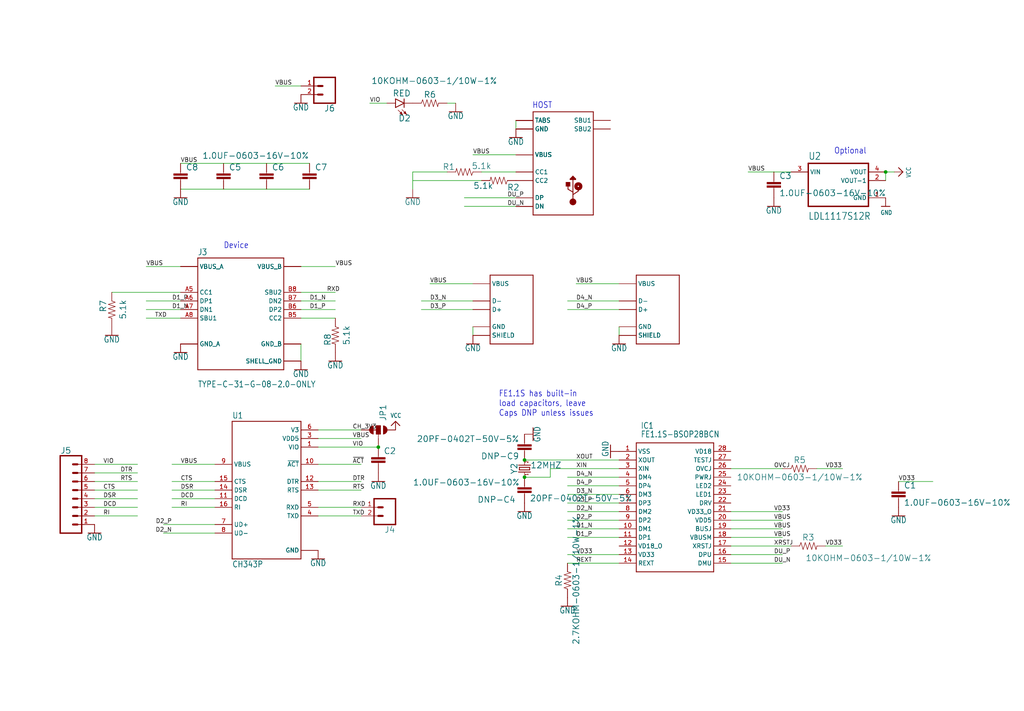
<source format=kicad_sch>
(kicad_sch (version 20230121) (generator eeschema)
  (paper "User" 302.489 210.007)
  (lib_symbols
    (symbol "flow3r-pot-eagle-import:1.0UF-0603-16V-10%"
      (property "Reference" "C" (at 1.524 2.921 0))
      (symbol "1.0UF-0603-16V-10%_1_0"
        (rectangle (start -2.032 0.508) (end 2.032 1.016) (fill (type outline)))
        (rectangle (start -2.032 1.524) (end 2.032 2.032) (fill (type outline)))
        (polyline (pts (xy 0 0) (xy 0 0.508)) (stroke (width 0.1524)))
        (polyline (pts (xy 0 2.54) (xy 0 2.032)) (stroke (width 0.1524)))
        (pin passive line (at 0 5.08 270) (length 2.54) (name "1") (number "1"))
        (pin passive line (at 0 -2.54 90) (length 2.54) (name "2") (number "2"))
      )
    )
    (symbol "flow3r-pot-eagle-import:10KOHM-0603-1/10W-1%"
      (property "Reference" "R" (at 0 1.524 0))
      (symbol "10KOHM-0603-1/10W-1%_1_0"
        (polyline (pts (xy -2.54 0) (xy -2.159 1.016)) (stroke (width 0.1524)))
        (polyline (pts (xy -2.159 1.016) (xy -1.524 -1.016)) (stroke (width 0.1524)))
        (polyline (pts (xy -1.524 -1.016) (xy -0.889 1.016)) (stroke (width 0.1524)))
        (polyline (pts (xy -0.889 1.016) (xy -0.254 -1.016)) (stroke (width 0.1524)))
        (polyline (pts (xy -0.254 -1.016) (xy 0.381 1.016)) (stroke (width 0.1524)))
        (polyline (pts (xy 0.381 1.016) (xy 1.016 -1.016)) (stroke (width 0.1524)))
        (polyline (pts (xy 1.016 -1.016) (xy 1.651 1.016)) (stroke (width 0.1524)))
        (polyline (pts (xy 1.651 1.016) (xy 2.286 -1.016)) (stroke (width 0.1524)))
        (polyline (pts (xy 2.286 -1.016) (xy 2.54 0)) (stroke (width 0.1524)))
        (pin passive line (at -5.08 0 0) (length 2.54) (name "1") (number "1"))
        (pin passive line (at 5.08 0 180) (length 2.54) (name "2") (number "2"))
      )
    )
    (symbol "flow3r-pot-eagle-import:2.7KOHM-0603-1/10W-1%"
      (property "Reference" "R" (at 0 1.524 0))
      (symbol "2.7KOHM-0603-1/10W-1%_1_0"
        (polyline (pts (xy -2.54 0) (xy -2.159 1.016)) (stroke (width 0.1524)))
        (polyline (pts (xy -2.159 1.016) (xy -1.524 -1.016)) (stroke (width 0.1524)))
        (polyline (pts (xy -1.524 -1.016) (xy -0.889 1.016)) (stroke (width 0.1524)))
        (polyline (pts (xy -0.889 1.016) (xy -0.254 -1.016)) (stroke (width 0.1524)))
        (polyline (pts (xy -0.254 -1.016) (xy 0.381 1.016)) (stroke (width 0.1524)))
        (polyline (pts (xy 0.381 1.016) (xy 1.016 -1.016)) (stroke (width 0.1524)))
        (polyline (pts (xy 1.016 -1.016) (xy 1.651 1.016)) (stroke (width 0.1524)))
        (polyline (pts (xy 1.651 1.016) (xy 2.286 -1.016)) (stroke (width 0.1524)))
        (polyline (pts (xy 2.286 -1.016) (xy 2.54 0)) (stroke (width 0.1524)))
        (pin passive line (at -5.08 0 0) (length 2.54) (name "1") (number "1"))
        (pin passive line (at 5.08 0 180) (length 2.54) (name "2") (number "2"))
      )
    )
    (symbol "flow3r-pot-eagle-import:20PF-0402T-50V-5%"
      (property "Reference" "C" (at 1.524 2.921 0))
      (symbol "20PF-0402T-50V-5%_1_0"
        (rectangle (start -2.032 0.508) (end 2.032 1.016) (fill (type outline)))
        (rectangle (start -2.032 1.524) (end 2.032 2.032) (fill (type outline)))
        (polyline (pts (xy 0 0) (xy 0 0.508)) (stroke (width 0.1524)))
        (polyline (pts (xy 0 2.54) (xy 0 2.032)) (stroke (width 0.1524)))
        (pin passive line (at 0 5.08 270) (length 2.54) (name "1") (number "1"))
        (pin passive line (at 0 -2.54 90) (length 2.54) (name "2") (number "2"))
      )
    )
    (symbol "flow3r-pot-eagle-import:5.1KOHM5.1KOHM-0603-1/10W-1%"
      (property "Reference" "R" (at 0 1.524 0))
      (symbol "5.1KOHM5.1KOHM-0603-1/10W-1%_1_0"
        (polyline (pts (xy -2.54 0) (xy -2.159 1.016)) (stroke (width 0.1524)))
        (polyline (pts (xy -2.159 1.016) (xy -1.524 -1.016)) (stroke (width 0.1524)))
        (polyline (pts (xy -1.524 -1.016) (xy -0.889 1.016)) (stroke (width 0.1524)))
        (polyline (pts (xy -0.889 1.016) (xy -0.254 -1.016)) (stroke (width 0.1524)))
        (polyline (pts (xy -0.254 -1.016) (xy 0.381 1.016)) (stroke (width 0.1524)))
        (polyline (pts (xy 0.381 1.016) (xy 1.016 -1.016)) (stroke (width 0.1524)))
        (polyline (pts (xy 1.016 -1.016) (xy 1.651 1.016)) (stroke (width 0.1524)))
        (polyline (pts (xy 1.651 1.016) (xy 2.286 -1.016)) (stroke (width 0.1524)))
        (polyline (pts (xy 2.286 -1.016) (xy 2.54 0)) (stroke (width 0.1524)))
        (pin passive line (at -5.08 0 0) (length 2.54) (name "1") (number "1"))
        (pin passive line (at 5.08 0 180) (length 2.54) (name "2") (number "2"))
      )
    )
    (symbol "flow3r-pot-eagle-import:CH343P"
      (property "Reference" "U" (at -10.16 21.082 0))
      (symbol "CH343P_1_0"
        (polyline (pts (xy -10.16 -20.32) (xy 10.16 -20.32)) (stroke (width 0.254)))
        (polyline (pts (xy -10.16 20.32) (xy -10.16 -20.32)) (stroke (width 0.254)))
        (polyline (pts (xy 10.16 -20.32) (xy 10.16 20.32)) (stroke (width 0.254)))
        (polyline (pts (xy 10.16 20.32) (xy -10.16 20.32)) (stroke (width 0.254)))
        (pin power_in line (at 15.24 12.7 180) (length 5.08) (name "VIO") (number "1"))
        (pin output line (at 15.24 7.62 180) (length 5.08) (name "~{ACT}") (number "10"))
        (pin input line (at -15.24 -2.54 0) (length 5.08) (name "DCD") (number "11"))
        (pin output line (at 15.24 2.54 180) (length 5.08) (name "DTR") (number "12"))
        (pin output line (at 15.24 0 180) (length 5.08) (name "RTS") (number "13"))
        (pin input line (at -15.24 0 0) (length 5.08) (name "DSR") (number "14"))
        (pin input line (at -15.24 2.54 0) (length 5.08) (name "CTS") (number "15"))
        (pin input line (at -15.24 -5.08 0) (length 5.08) (name "RI") (number "16"))
        (pin power_in line (at 15.24 -17.78 180) (length 5.08) (name "GND") (number "17"))
        (pin power_in line (at 15.24 -17.78 180) (length 5.08) (name "GND") (number "2"))
        (pin power_in line (at 15.24 15.24 180) (length 5.08) (name "VDD5") (number "3"))
        (pin output line (at 15.24 -7.62 180) (length 5.08) (name "TXD") (number "4"))
        (pin input line (at 15.24 -5.08 180) (length 5.08) (name "RXD") (number "5"))
        (pin power_in line (at 15.24 17.78 180) (length 5.08) (name "V3") (number "6"))
        (pin bidirectional line (at -15.24 -10.16 0) (length 5.08) (name "UD+") (number "7"))
        (pin bidirectional line (at -15.24 -12.7 0) (length 5.08) (name "UD-") (number "8"))
        (pin input line (at -15.24 7.62 0) (length 5.08) (name "VBUS") (number "9"))
      )
    )
    (symbol "flow3r-pot-eagle-import:CONN_02"
      (property "Reference" "J" (at -2.54 5.588 0))
      (symbol "CONN_02_1_0"
        (polyline (pts (xy -2.54 5.08) (xy -2.54 -2.54)) (stroke (width 0.4064)))
        (polyline (pts (xy -2.54 5.08) (xy 3.81 5.08)) (stroke (width 0.4064)))
        (polyline (pts (xy 1.27 0) (xy 2.54 0)) (stroke (width 0.6096)))
        (polyline (pts (xy 1.27 2.54) (xy 2.54 2.54)) (stroke (width 0.6096)))
        (polyline (pts (xy 3.81 -2.54) (xy -2.54 -2.54)) (stroke (width 0.4064)))
        (polyline (pts (xy 3.81 -2.54) (xy 3.81 5.08)) (stroke (width 0.4064)))
        (pin passive line (at 7.62 0 180) (length 5.08) (name "1") (number "1"))
        (pin passive line (at 7.62 2.54 180) (length 5.08) (name "2") (number "2"))
      )
    )
    (symbol "flow3r-pot-eagle-import:CONN_08LOCK_LONGPADS"
      (property "Reference" "J" (at -5.08 13.208 0))
      (symbol "CONN_08LOCK_LONGPADS_1_0"
        (polyline (pts (xy -5.08 12.7) (xy -5.08 -10.16)) (stroke (width 0.4064)))
        (polyline (pts (xy -5.08 12.7) (xy 1.27 12.7)) (stroke (width 0.4064)))
        (polyline (pts (xy -1.27 -7.62) (xy 0 -7.62)) (stroke (width 0.6096)))
        (polyline (pts (xy -1.27 -5.08) (xy 0 -5.08)) (stroke (width 0.6096)))
        (polyline (pts (xy -1.27 -2.54) (xy 0 -2.54)) (stroke (width 0.6096)))
        (polyline (pts (xy -1.27 0) (xy 0 0)) (stroke (width 0.6096)))
        (polyline (pts (xy -1.27 2.54) (xy 0 2.54)) (stroke (width 0.6096)))
        (polyline (pts (xy -1.27 5.08) (xy 0 5.08)) (stroke (width 0.6096)))
        (polyline (pts (xy -1.27 7.62) (xy 0 7.62)) (stroke (width 0.6096)))
        (polyline (pts (xy -1.27 10.16) (xy 0 10.16)) (stroke (width 0.6096)))
        (polyline (pts (xy 1.27 -10.16) (xy -5.08 -10.16)) (stroke (width 0.4064)))
        (polyline (pts (xy 1.27 -10.16) (xy 1.27 12.7)) (stroke (width 0.4064)))
        (pin passive line (at 5.08 -7.62 180) (length 5.08) (name "1") (number "1"))
        (pin passive line (at 5.08 -5.08 180) (length 5.08) (name "2") (number "2"))
        (pin passive line (at 5.08 -2.54 180) (length 5.08) (name "3") (number "3"))
        (pin passive line (at 5.08 0 180) (length 5.08) (name "4") (number "4"))
        (pin passive line (at 5.08 2.54 180) (length 5.08) (name "5") (number "5"))
        (pin passive line (at 5.08 5.08 180) (length 5.08) (name "6") (number "6"))
        (pin passive line (at 5.08 7.62 180) (length 5.08) (name "7") (number "7"))
        (pin passive line (at 5.08 10.16 180) (length 5.08) (name "8") (number "8"))
      )
    )
    (symbol "flow3r-pot-eagle-import:CRYSTAL-12MHZ"
      (property "Reference" "Y" (at 0 2.032 0))
      (symbol "CRYSTAL-12MHZ_1_0"
        (polyline (pts (xy -2.54 0) (xy -1.016 0)) (stroke (width 0.1524)))
        (polyline (pts (xy -1.016 1.778) (xy -1.016 -1.778)) (stroke (width 0.254)))
        (polyline (pts (xy -0.381 -1.524) (xy 0.381 -1.524)) (stroke (width 0.254)))
        (polyline (pts (xy -0.381 1.524) (xy -0.381 -1.524)) (stroke (width 0.254)))
        (polyline (pts (xy 0.381 -1.524) (xy 0.381 1.524)) (stroke (width 0.254)))
        (polyline (pts (xy 0.381 1.524) (xy -0.381 1.524)) (stroke (width 0.254)))
        (polyline (pts (xy 1.016 0) (xy 2.54 0)) (stroke (width 0.1524)))
        (polyline (pts (xy 1.016 1.778) (xy 1.016 -1.778)) (stroke (width 0.254)))
        (text "1" (at -2.159 -1.143 0) (effects (font (size 0.8636 0.734)) (justify left bottom)))
        (text "2" (at 1.524 -1.143 0) (effects (font (size 0.8636 0.734)) (justify left bottom)))
        (pin passive line (at -2.54 0 0) (length 0) (name "1") (number "P1"))
        (pin passive line (at 2.54 0 180) (length 0) (name "2") (number "P3"))
      )
    )
    (symbol "flow3r-pot-eagle-import:FE1.1S-BSOP28BCN"
      (property "Reference" "IC" (at 29.21 7.62 0))
      (symbol "FE1.1S-BSOP28BCN_1_0"
        (polyline (pts (xy 5.08 2.54) (xy 5.08 -35.56)) (stroke (width 0.254)))
        (polyline (pts (xy 5.08 2.54) (xy 27.94 2.54)) (stroke (width 0.254)))
        (polyline (pts (xy 27.94 -35.56) (xy 5.08 -35.56)) (stroke (width 0.254)))
        (polyline (pts (xy 27.94 -35.56) (xy 27.94 2.54)) (stroke (width 0.254)))
        (pin bidirectional line (at 0 0 0) (length 5.08) (name "VSS") (number "1"))
        (pin bidirectional line (at 0 -22.86 0) (length 5.08) (name "DM1") (number "10"))
        (pin bidirectional line (at 0 -25.4 0) (length 5.08) (name "DP1") (number "11"))
        (pin bidirectional line (at 0 -27.94 0) (length 5.08) (name "VD18_O") (number "12"))
        (pin bidirectional line (at 0 -30.48 0) (length 5.08) (name "VD33") (number "13"))
        (pin bidirectional line (at 0 -33.02 0) (length 5.08) (name "REXT") (number "14"))
        (pin bidirectional line (at 33.02 -33.02 180) (length 5.08) (name "DMU") (number "15"))
        (pin bidirectional line (at 33.02 -30.48 180) (length 5.08) (name "DPU") (number "16"))
        (pin bidirectional line (at 33.02 -27.94 180) (length 5.08) (name "XRSTJ") (number "17"))
        (pin bidirectional line (at 33.02 -25.4 180) (length 5.08) (name "VBUSM") (number "18"))
        (pin bidirectional line (at 33.02 -22.86 180) (length 5.08) (name "BUSJ") (number "19"))
        (pin bidirectional line (at 0 -2.54 0) (length 5.08) (name "XOUT") (number "2"))
        (pin bidirectional line (at 33.02 -20.32 180) (length 5.08) (name "VDD5") (number "20"))
        (pin bidirectional line (at 33.02 -17.78 180) (length 5.08) (name "VD33_O") (number "21"))
        (pin bidirectional line (at 33.02 -15.24 180) (length 5.08) (name "DRV") (number "22"))
        (pin bidirectional line (at 33.02 -12.7 180) (length 5.08) (name "LED1") (number "23"))
        (pin bidirectional line (at 33.02 -10.16 180) (length 5.08) (name "LED2") (number "24"))
        (pin bidirectional line (at 33.02 -7.62 180) (length 5.08) (name "PWRJ") (number "25"))
        (pin bidirectional line (at 33.02 -5.08 180) (length 5.08) (name "OVCJ") (number "26"))
        (pin bidirectional line (at 33.02 -2.54 180) (length 5.08) (name "TESTJ") (number "27"))
        (pin bidirectional line (at 33.02 0 180) (length 5.08) (name "VD18") (number "28"))
        (pin bidirectional line (at 0 -5.08 0) (length 5.08) (name "XIN") (number "3"))
        (pin bidirectional line (at 0 -7.62 0) (length 5.08) (name "DM4") (number "4"))
        (pin bidirectional line (at 0 -10.16 0) (length 5.08) (name "DP4") (number "5"))
        (pin bidirectional line (at 0 -12.7 0) (length 5.08) (name "DM3") (number "6"))
        (pin bidirectional line (at 0 -15.24 0) (length 5.08) (name "DP3") (number "7"))
        (pin bidirectional line (at 0 -17.78 0) (length 5.08) (name "DM2") (number "8"))
        (pin bidirectional line (at 0 -20.32 0) (length 5.08) (name "DP2") (number "9"))
      )
    )
    (symbol "flow3r-pot-eagle-import:GND" (power)
      (property "Value" "GND" (at 0 -0.254 0))
      (symbol "GND_1_0"
        (polyline (pts (xy -1.905 0) (xy 1.905 0)) (stroke (width 0.254)))
        (pin power_in line (at 0 2.54 270) (length 2.54) (name "GND") (number "1"))
      )
    )
    (symbol "flow3r-pot-eagle-import:JE-USB-A-C42595"
      (symbol "JE-USB-A-C42595_1_0"
        (polyline (pts (xy 0 0) (xy 12.7 0)) (stroke (width 0.254)))
        (polyline (pts (xy 0 20.32) (xy 0 0)) (stroke (width 0.254)))
        (polyline (pts (xy 12.7 0) (xy 12.7 20.32)) (stroke (width 0.254)))
        (polyline (pts (xy 12.7 20.32) (xy 0 20.32)) (stroke (width 0.254)))
        (pin bidirectional line (at -5.08 10.16 0) (length 5.08) (name "D+") (number "D+"))
        (pin bidirectional line (at -5.08 12.7 0) (length 5.08) (name "D-") (number "D-"))
        (pin bidirectional line (at -5.08 5.08 0) (length 5.08) (name "GND") (number "GND"))
        (pin bidirectional line (at -5.08 2.54 0) (length 5.08) (name "SHIELD") (number "SHIELD-1"))
        (pin bidirectional line (at -5.08 2.54 0) (length 5.08) (name "SHIELD") (number "SHIELD-2"))
        (pin power_in line (at -5.08 17.78 0) (length 5.08) (name "VBUS") (number "VBUS"))
      )
    )
    (symbol "flow3r-pot-eagle-import:JUMPER-SMT_3_1-NC_TRACE_NO-SILK"
      (property "Reference" "JP" (at 2.54 0.381 0))
      (symbol "JUMPER-SMT_3_1-NC_TRACE_NO-SILK_1_0"
        (arc (start -1.27 -1.397) (mid 0 -2.6615) (end 1.27 -1.397) (stroke (width 0.0001)) (fill (type outline)))
        (rectangle (start -1.27 -0.635) (end 1.27 0.635) (fill (type outline)))
        (polyline (pts (xy -2.54 0) (xy -1.27 0)) (stroke (width 0.1524)))
        (polyline (pts (xy -1.27 -0.635) (xy -1.27 0)) (stroke (width 0.1524)))
        (polyline (pts (xy -1.27 0) (xy -1.27 0.635)) (stroke (width 0.1524)))
        (polyline (pts (xy -1.27 0.635) (xy 1.27 0.635)) (stroke (width 0.1524)))
        (polyline (pts (xy 0 0) (xy 0 -2.54)) (stroke (width 0.254)))
        (polyline (pts (xy 1.27 -0.635) (xy -1.27 -0.635)) (stroke (width 0.1524)))
        (polyline (pts (xy 1.27 0.635) (xy 1.27 -0.635)) (stroke (width 0.1524)))
        (arc (start 1.27 1.397) (mid 0 2.6615) (end -1.27 1.397) (stroke (width 0.0001)) (fill (type outline)))
        (pin passive line (at 0 5.08 270) (length 2.54) (name "1") (number "1"))
        (pin passive line (at -5.08 0 0) (length 2.54) (name "2") (number "2"))
        (pin passive line (at 0 -5.08 90) (length 2.54) (name "3") (number "3"))
      )
    )
    (symbol "flow3r-pot-eagle-import:LDL1117S12R"
      (property "Reference" "U" (at -17.7811 8.6205 0))
      (symbol "LDL1117S12R_1_0"
        (polyline (pts (xy -17.78 -5.08) (xy -17.78 7.62)) (stroke (width 0.41)))
        (polyline (pts (xy -17.78 7.62) (xy 0 7.62)) (stroke (width 0.41)))
        (polyline (pts (xy 0 -5.08) (xy -17.78 -5.08)) (stroke (width 0.41)))
        (polyline (pts (xy 0 7.62) (xy 0 -5.08)) (stroke (width 0.41)))
        (pin power_in line (at 5.08 -2.54 180) (length 5.08) (name "GND") (number "1"))
        (pin output line (at 5.08 2.54 180) (length 5.08) (name "VOUT-1") (number "2"))
        (pin input line (at -22.86 5.08 0) (length 5.08) (name "VIN") (number "3"))
        (pin output line (at 5.08 5.08 180) (length 5.08) (name "VOUT") (number "4"))
      )
    )
    (symbol "flow3r-pot-eagle-import:LED-RED0603"
      (property "Reference" "D" (at -3.429 -4.572 90))
      (symbol "LED-RED0603_1_0"
        (polyline (pts (xy -2.032 -0.762) (xy -3.429 -2.159)) (stroke (width 0.1524)))
        (polyline (pts (xy -1.905 -1.905) (xy -3.302 -3.302)) (stroke (width 0.1524)))
        (polyline (pts (xy 0 -2.54) (xy -1.27 -2.54)) (stroke (width 0.254)))
        (polyline (pts (xy 0 -2.54) (xy -1.27 0)) (stroke (width 0.254)))
        (polyline (pts (xy 1.27 -2.54) (xy 0 -2.54)) (stroke (width 0.254)))
        (polyline (pts (xy 1.27 0) (xy -1.27 0)) (stroke (width 0.254)))
        (polyline (pts (xy 1.27 0) (xy 0 -2.54)) (stroke (width 0.254)))
        (polyline (pts (xy -3.429 -2.159) (xy -3.048 -1.27) (xy -2.54 -1.778)) (stroke (width 0.1524)) (fill (type outline)))
        (polyline (pts (xy -3.302 -3.302) (xy -2.921 -2.413) (xy -2.413 -2.921)) (stroke (width 0.1524)) (fill (type outline)))
        (pin passive line (at 0 2.54 270) (length 2.54) (name "A") (number "A"))
        (pin passive line (at 0 -5.08 90) (length 2.54) (name "C") (number "C"))
      )
    )
    (symbol "flow3r-pot-eagle-import:TYPE-C-31-G-08-2.0-ONLY"
      (property "Reference" "J" (at -12.7 16.002 0))
      (symbol "TYPE-C-31-G-08-2.0-ONLY_1_0"
        (polyline (pts (xy -12.7 -17.78) (xy -12.7 15.24)) (stroke (width 0.254)))
        (polyline (pts (xy -12.7 15.24) (xy 12.7 15.24)) (stroke (width 0.254)))
        (polyline (pts (xy 12.7 -17.78) (xy -12.7 -17.78)) (stroke (width 0.254)))
        (polyline (pts (xy 12.7 15.24) (xy 12.7 -17.78)) (stroke (width 0.254)))
        (pin power_in line (at -17.78 -10.16 0) (length 5.08) (name "GND_A") (number "A1"))
        (pin power_in line (at -17.78 -10.16 0) (length 5.08) (name "GND_A") (number "A12"))
        (pin power_in line (at -17.78 12.7 0) (length 5.08) (name "VBUS_A") (number "A4"))
        (pin bidirectional line (at -17.78 5.08 0) (length 5.08) (name "CC1") (number "A5"))
        (pin bidirectional line (at -17.78 2.54 0) (length 5.08) (name "DP1") (number "A6"))
        (pin bidirectional line (at -17.78 0 0) (length 5.08) (name "DN1") (number "A7"))
        (pin bidirectional line (at -17.78 -2.54 0) (length 5.08) (name "SBU1") (number "A8"))
        (pin power_in line (at -17.78 12.7 0) (length 5.08) (name "VBUS_A") (number "A9"))
        (pin power_in line (at 17.78 -10.16 180) (length 5.08) (name "GND_B") (number "B1"))
        (pin power_in line (at 17.78 -10.16 180) (length 5.08) (name "GND_B") (number "B12"))
        (pin power_in line (at 17.78 12.7 180) (length 5.08) (name "VBUS_B") (number "B4"))
        (pin bidirectional line (at 17.78 -2.54 180) (length 5.08) (name "CC2") (number "B5"))
        (pin bidirectional line (at 17.78 0 180) (length 5.08) (name "DP2") (number "B6"))
        (pin bidirectional line (at 17.78 2.54 180) (length 5.08) (name "DN2") (number "B7"))
        (pin bidirectional line (at 17.78 5.08 180) (length 5.08) (name "SBU2") (number "B8"))
        (pin power_in line (at 17.78 12.7 180) (length 5.08) (name "VBUS_B") (number "B9"))
        (pin power_in line (at 17.78 -15.24 180) (length 5.08) (name "SHELL_GND") (number "S1"))
        (pin power_in line (at 17.78 -15.24 180) (length 5.08) (name "SHELL_GND") (number "S2"))
      )
    )
    (symbol "flow3r-pot-eagle-import:TYPE-C-31-M-12"
      (symbol "TYPE-C-31-M-12_1_0"
        (polyline (pts (xy 0 0) (xy 17.78 0)) (stroke (width 0.254)))
        (polyline (pts (xy 0 30.48) (xy 0 0)) (stroke (width 0.254)))
        (polyline (pts (xy 10.31 7.61) (xy 11.76 6.76)) (stroke (width 0.254)))
        (polyline (pts (xy 10.31 8.81) (xy 10.31 7.61)) (stroke (width 0.254)))
        (polyline (pts (xy 10.96 10.46) (xy 10.96 10.66)) (stroke (width 0.254)))
        (polyline (pts (xy 10.96 10.66) (xy 11.76 11.46)) (stroke (width 0.254)))
        (polyline (pts (xy 11.16 10.66) (xy 12.56 10.66)) (stroke (width 0.254)))
        (polyline (pts (xy 11.36 10.86) (xy 12.16 10.86)) (stroke (width 0.254)))
        (polyline (pts (xy 11.56 11.06) (xy 11.36 10.86)) (stroke (width 0.254)))
        (polyline (pts (xy 11.76 3.86) (xy 11.76 6.01)) (stroke (width 0.254)))
        (polyline (pts (xy 11.76 6.01) (xy 11.76 6.76)) (stroke (width 0.254)))
        (polyline (pts (xy 11.76 6.76) (xy 11.76 10.46)) (stroke (width 0.254)))
        (polyline (pts (xy 11.76 10.46) (xy 10.96 10.46)) (stroke (width 0.254)))
        (polyline (pts (xy 11.76 11.06) (xy 11.56 11.06)) (stroke (width 0.254)))
        (polyline (pts (xy 11.76 11.46) (xy 12.56 10.66)) (stroke (width 0.254)))
        (polyline (pts (xy 12.16 10.86) (xy 11.76 11.26)) (stroke (width 0.254)))
        (polyline (pts (xy 12.56 10.46) (xy 11.76 10.46)) (stroke (width 0.254)))
        (polyline (pts (xy 12.56 10.66) (xy 12.56 10.46)) (stroke (width 0.254)))
        (polyline (pts (xy 13.36 7.06) (xy 11.76 6.01)) (stroke (width 0.254)))
        (polyline (pts (xy 13.36 8.06) (xy 13.36 7.06)) (stroke (width 0.254)))
        (polyline (pts (xy 17.78 0) (xy 17.78 30.48)) (stroke (width 0.254)))
        (polyline (pts (xy 17.78 30.48) (xy 0 30.48)) (stroke (width 0.254)))
        (rectangle (start 10.91 8.46) (end 9.71 9.66) (fill (type outline)))
        (circle (center 11.76 3.86) (radius 0.5) (stroke (width 1)))
        (circle (center 13.36 8.46) (radius 0.2) (stroke (width 1)))
        (pin bidirectional line (at -5.08 27.94 0) (length 5.08) (name "TABS") (number "0"))
        (pin bidirectional line (at -5.08 27.94 0) (length 5.08) (name "TABS") (number "0-1"))
        (pin bidirectional line (at -5.08 27.94 0) (length 5.08) (name "TABS") (number "0-2"))
        (pin bidirectional line (at -5.08 27.94 0) (length 5.08) (name "TABS") (number "0-3"))
        (pin bidirectional line (at -5.08 25.4 0) (length 5.08) (name "GND") (number "A1"))
        (pin bidirectional line (at -5.08 25.4 0) (length 5.08) (name "GND") (number "A12"))
        (pin bidirectional line (at -5.08 17.78 0) (length 5.08) (name "VBUS") (number "A4"))
        (pin bidirectional line (at -5.08 12.7 0) (length 5.08) (name "CC1") (number "A5"))
        (pin bidirectional line (at -5.08 5.08 0) (length 5.08) (name "DP") (number "A6"))
        (pin bidirectional line (at -5.08 2.54 0) (length 5.08) (name "DN") (number "A7"))
        (pin bidirectional line (at 22.86 27.94 180) (length 5.08) (name "SBU1") (number "A8"))
        (pin bidirectional line (at -5.08 17.78 0) (length 5.08) (name "VBUS") (number "A9"))
        (pin bidirectional line (at -5.08 25.4 0) (length 5.08) (name "GND") (number "B1"))
        (pin bidirectional line (at -5.08 25.4 0) (length 5.08) (name "GND") (number "B12"))
        (pin bidirectional line (at -5.08 17.78 0) (length 5.08) (name "VBUS") (number "B4"))
        (pin bidirectional line (at -5.08 10.16 0) (length 5.08) (name "CC2") (number "B5"))
        (pin bidirectional line (at -5.08 5.08 0) (length 5.08) (name "DP") (number "B6"))
        (pin bidirectional line (at -5.08 2.54 0) (length 5.08) (name "DN") (number "B7"))
        (pin bidirectional line (at 22.86 25.4 180) (length 5.08) (name "SBU2") (number "B8"))
        (pin bidirectional line (at -5.08 17.78 0) (length 5.08) (name "VBUS") (number "B9"))
      )
    )
    (symbol "flow3r-pot-eagle-import:VCC" (power)
      (property "Value" "VCC" (at -1.524 1.016 0))
      (symbol "VCC_1_0"
        (polyline (pts (xy -1.27 -1.27) (xy 0 0)) (stroke (width 0.254)))
        (polyline (pts (xy 0 0) (xy 1.27 -1.27)) (stroke (width 0.254)))
        (pin power_in line (at 0 -2.54 90) (length 2.54) (name "VCC") (number "1"))
      )
    )
    (symbol "flow3r-pot-eagle-import:microbuilder_GND" (power)
      (property "Value" "microbuilder_GND" (at -1.524 -2.54 0))
      (symbol "microbuilder_GND_1_0"
        (polyline (pts (xy -1.27 0) (xy 1.27 0)) (stroke (width 0.254)))
        (pin power_in line (at 0 2.54 270) (length 2.54) (name "GND") (number "1"))
      )
    )
  )
  (junction (at 154.94 140.97))
  (junction (at 154.94 135.89))
  (junction (at 261.62 50.8))
  (junction (at 111.76 132.08))
  (wire (pts (xy 43.18 93.98) (xy 53.34 93.98)) (stroke (width 0.1524)))
  (wire (pts (xy 182.88 140.97) (xy 167.64 140.97)) (stroke (width 0.1524)))
  (wire (pts (xy 137.16 60.96) (xy 152.4 60.96)) (stroke (width 0.1524)))
  (wire (pts (xy 63.5 144.78) (xy 50.8 144.78)) (stroke (width 0.1524)))
  (wire (pts (xy 152.4 45.72) (xy 139.7 45.72)) (stroke (width 0.1524)))
  (wire (pts (xy 152.4 50.8) (xy 142.24 50.8)) (stroke (width 0.1524)))
  (wire (pts (xy 182.88 135.89) (xy 154.94 135.89)) (stroke (width 0.1524)))
  (wire (pts (xy 63.5 137.16) (xy 50.8 137.16)) (stroke (width 0.1524)))
  (wire (pts (xy 139.7 99.06) (xy 139.7 96.52)) (stroke (width 0.1524)))
  (wire (pts (xy 139.7 88.9) (xy 124.46 88.9)) (stroke (width 0.1524)))
  (wire (pts (xy 93.98 137.16) (xy 106.68 137.16)) (stroke (width 0.1524)))
  (wire (pts (xy 78.74 55.88) (xy 91.44 55.88)) (stroke (width 0.1524)))
  (wire (pts (xy 182.88 88.9) (xy 167.64 88.9)) (stroke (width 0.1524)))
  (wire (pts (xy 27.94 142.24) (xy 40.64 142.24)) (stroke (width 0.1524)))
  (wire (pts (xy 182.88 91.44) (xy 167.64 91.44)) (stroke (width 0.1524)))
  (wire (pts (xy 40.64 144.78) (xy 27.94 144.78)) (stroke (width 0.1524)))
  (wire (pts (xy 93.98 152.4) (xy 106.68 152.4)) (stroke (width 0.1524)))
  (wire (pts (xy 93.98 127) (xy 106.68 127)) (stroke (width 0.1524)))
  (wire (pts (xy 215.9 166.37) (xy 231.14 166.37)) (stroke (width 0.1524)))
  (wire (pts (xy 99.06 91.44) (xy 88.9 91.44)) (stroke (width 0.1524)))
  (wire (pts (xy 215.9 163.83) (xy 231.14 163.83)) (stroke (width 0.1524)))
  (wire (pts (xy 162.56 138.43) (xy 182.88 138.43)) (stroke (width 0.1524)))
  (wire (pts (xy 248.92 138.43) (xy 241.3 138.43)) (stroke (width 0.1524)))
  (wire (pts (xy 63.5 154.94) (xy 48.26 154.94)) (stroke (width 0.1524)))
  (wire (pts (xy 109.22 30.48) (xy 114.3 30.48)) (stroke (width 0.1524)))
  (wire (pts (xy 93.98 132.08) (xy 111.76 132.08)) (stroke (width 0.1524)))
  (wire (pts (xy 132.08 50.8) (xy 121.92 50.8)) (stroke (width 0.1524)))
  (wire (pts (xy 182.88 143.51) (xy 167.64 143.51)) (stroke (width 0.1524)))
  (wire (pts (xy 63.5 149.86) (xy 50.8 149.86)) (stroke (width 0.1524)))
  (wire (pts (xy 265.43 142.24) (xy 275.59 142.24)) (stroke (width 0.1524)))
  (wire (pts (xy 215.9 138.43) (xy 231.14 138.43)) (stroke (width 0.1524)))
  (wire (pts (xy 215.9 158.75) (xy 231.14 158.75)) (stroke (width 0.1524)))
  (wire (pts (xy 121.92 50.8) (xy 121.92 53.34)) (stroke (width 0.1524)))
  (wire (pts (xy 182.88 151.13) (xy 167.64 151.13)) (stroke (width 0.1524)))
  (wire (pts (xy 261.62 50.8) (xy 261.62 53.34)) (stroke (width 0.1524)))
  (wire (pts (xy 215.9 151.13) (xy 231.14 151.13)) (stroke (width 0.1524)))
  (wire (pts (xy 215.9 161.29) (xy 233.68 161.29)) (stroke (width 0.1524)))
  (wire (pts (xy 215.9 153.67) (xy 231.14 153.67)) (stroke (width 0.1524)))
  (wire (pts (xy 53.34 55.88) (xy 66.04 55.88)) (stroke (width 0.1524)))
  (wire (pts (xy 182.88 148.59) (xy 167.64 148.59)) (stroke (width 0.1524)))
  (wire (pts (xy 93.98 142.24) (xy 106.68 142.24)) (stroke (width 0.1524)))
  (wire (pts (xy 162.56 140.97) (xy 154.94 140.97)) (stroke (width 0.1524)))
  (wire (pts (xy 182.88 166.37) (xy 167.64 166.37)) (stroke (width 0.1524)))
  (wire (pts (xy 27.94 137.16) (xy 40.64 137.16)) (stroke (width 0.1524)))
  (wire (pts (xy 139.7 83.82) (xy 127 83.82)) (stroke (width 0.1524)))
  (wire (pts (xy 88.9 101.6) (xy 88.9 106.68)) (stroke (width 0.1524)))
  (wire (pts (xy 228.6 50.8) (xy 233.68 50.8)) (stroke (width 0.1524)))
  (wire (pts (xy 248.92 161.29) (xy 243.84 161.29)) (stroke (width 0.1524)))
  (wire (pts (xy 228.6 50.8) (xy 220.98 50.8)) (stroke (width 0.1524)))
  (wire (pts (xy 63.5 147.32) (xy 50.8 147.32)) (stroke (width 0.1524)))
  (wire (pts (xy 78.74 48.26) (xy 91.44 48.26)) (stroke (width 0.1524)))
  (wire (pts (xy 182.88 146.05) (xy 167.64 146.05)) (stroke (width 0.1524)))
  (wire (pts (xy 66.04 48.26) (xy 78.74 48.26)) (stroke (width 0.1524)))
  (wire (pts (xy 182.88 99.06) (xy 182.88 96.52)) (stroke (width 0.1524)))
  (wire (pts (xy 134.62 30.48) (xy 132.08 30.48)) (stroke (width 0.1524)))
  (wire (pts (xy 93.98 129.54) (xy 106.68 129.54)) (stroke (width 0.1524)))
  (wire (pts (xy 40.64 152.4) (xy 27.94 152.4)) (stroke (width 0.1524)))
  (wire (pts (xy 53.34 78.74) (xy 43.18 78.74)) (stroke (width 0.1524)))
  (wire (pts (xy 66.04 55.88) (xy 78.74 55.88)) (stroke (width 0.1524)))
  (wire (pts (xy 93.98 149.86) (xy 106.68 149.86)) (stroke (width 0.1524)))
  (wire (pts (xy 215.9 156.21) (xy 231.14 156.21)) (stroke (width 0.1524)))
  (wire (pts (xy 182.88 156.21) (xy 167.64 156.21)) (stroke (width 0.1524)))
  (wire (pts (xy 142.24 53.34) (xy 121.92 53.34)) (stroke (width 0.1524)))
  (wire (pts (xy 88.9 86.36) (xy 99.06 86.36)) (stroke (width 0.1524)))
  (wire (pts (xy 264.16 50.8) (xy 261.62 50.8)) (stroke (width 0.1524)))
  (wire (pts (xy 182.88 83.82) (xy 170.18 83.82)) (stroke (width 0.1524)))
  (wire (pts (xy 182.88 163.83) (xy 167.64 163.83)) (stroke (width 0.1524)))
  (wire (pts (xy 99.06 93.98) (xy 88.9 93.98)) (stroke (width 0.1524)))
  (wire (pts (xy 53.34 86.36) (xy 33.02 86.36)) (stroke (width 0.1524)))
  (wire (pts (xy 88.9 25.4) (xy 81.28 25.4)) (stroke (width 0.1524)))
  (wire (pts (xy 40.64 147.32) (xy 27.94 147.32)) (stroke (width 0.1524)))
  (wire (pts (xy 40.64 149.86) (xy 27.94 149.86)) (stroke (width 0.1524)))
  (wire (pts (xy 99.06 88.9) (xy 88.9 88.9)) (stroke (width 0.1524)))
  (wire (pts (xy 152.4 38.1) (xy 152.4 35.56)) (stroke (width 0.1524)))
  (wire (pts (xy 27.94 139.7) (xy 40.64 139.7)) (stroke (width 0.1524)))
  (wire (pts (xy 182.88 158.75) (xy 167.64 158.75)) (stroke (width 0.1524)))
  (wire (pts (xy 162.56 138.43) (xy 162.56 140.97)) (stroke (width 0.1524)))
  (wire (pts (xy 137.16 58.42) (xy 152.4 58.42)) (stroke (width 0.1524)))
  (wire (pts (xy 53.34 48.26) (xy 66.04 48.26)) (stroke (width 0.1524)))
  (wire (pts (xy 53.34 91.44) (xy 43.18 91.44)) (stroke (width 0.1524)))
  (wire (pts (xy 182.88 153.67) (xy 167.64 153.67)) (stroke (width 0.1524)))
  (wire (pts (xy 63.5 157.48) (xy 48.26 157.48)) (stroke (width 0.1524)))
  (wire (pts (xy 93.98 144.78) (xy 106.68 144.78)) (stroke (width 0.1524)))
  (wire (pts (xy 63.5 142.24) (xy 50.8 142.24)) (stroke (width 0.1524)))
  (wire (pts (xy 88.9 78.74) (xy 99.06 78.74)) (stroke (width 0.1524)))
  (wire (pts (xy 139.7 91.44) (xy 124.46 91.44)) (stroke (width 0.1524)))
  (wire (pts (xy 53.34 88.9) (xy 43.18 88.9)) (stroke (width 0.1524)))
  (wire (pts (xy 121.92 53.34) (xy 121.92 55.88)) (stroke (width 0.1524)))
  (text "FE1.1S has built-in\nload capacitors, leave\nCaps DNP unless issues" (at 147.32 123.19 0) (effects (font (size 1.778 1.5113)) (justify left bottom)))
  (text "HOST" (at 157.226 32.258 0) (effects (font (size 1.778 1.5113)) (justify left bottom)))
  (text "Device" (at 66.04 73.66 0) (effects (font (size 1.778 1.5113)) (justify left bottom)))
  (text "Optional" (at 246.38 45.72 0) (effects (font (size 1.778 1.5113)) (justify left bottom)))
  (label "TXD" (at 45.72 93.98 0) (effects (font (size 1.2446 1.2446))))
  (label "D1_N" (at 50.8 91.44 0) (effects (font (size 1.2446 1.2446))))
  (label "VD33" (at 243.84 138.43 0) (effects (font (size 1.2446 1.2446))))
  (label "D2_P" (at 50.8 154.94 180) (effects (font (size 1.2446 1.2446))))
  (label "D2_N" (at 50.8 157.48 180) (effects (font (size 1.2446 1.2446))))
  (label "D4_N" (at 170.18 88.9 0) (effects (font (size 1.2446 1.2446))))
  (label "TXD" (at 104.14 152.4 0) (effects (font (size 1.2446 1.2446))))
  (label "VBUS" (at 53.34 48.26 0) (effects (font (size 1.2446 1.2446))))
  (label "VIO" (at 30.48 137.16 0) (effects (font (size 1.2446 1.2446))))
  (label "~{ACT}" (at 104.14 137.16 0) (effects (font (size 1.2446 1.2446))))
  (label "D1_N" (at 91.44 88.9 0) (effects (font (size 1.2446 1.2446))))
  (label "VBUS" (at 127 83.82 0) (effects (font (size 1.2446 1.2446))))
  (label "D3_N" (at 170.18 146.05 0) (effects (font (size 1.2446 1.2446))))
  (label "DCD" (at 30.48 149.86 0) (effects (font (size 1.2446 1.2446))))
  (label "VBUS" (at 43.18 78.74 0) (effects (font (size 1.2446 1.2446))))
  (label "D4_N" (at 170.18 140.97 0) (effects (font (size 1.2446 1.2446))))
  (label "DU_N" (at 149.86 60.96 0) (effects (font (size 1.2446 1.2446))))
  (label "CTS" (at 30.48 144.78 0) (effects (font (size 1.2446 1.2446))))
  (label "RXD" (at 96.52 86.36 0) (effects (font (size 1.2446 1.2446))))
  (label "D2_P" (at 170.18 153.67 0) (effects (font (size 1.2446 1.2446))))
  (label "D2_N" (at 170.18 151.13 0) (effects (font (size 1.2446 1.2446))))
  (label "DSR" (at 30.48 147.32 0) (effects (font (size 1.2446 1.2446))))
  (label "DU_N" (at 228.6 166.37 0) (effects (font (size 1.2446 1.2446))))
  (label "D1_P" (at 170.18 158.75 0) (effects (font (size 1.2446 1.2446))))
  (label "D1_P" (at 50.8 88.9 0) (effects (font (size 1.2446 1.2446))))
  (label "D3_P" (at 127 91.44 0) (effects (font (size 1.2446 1.2446))))
  (label "CH_3V3" (at 104.14 127 0) (effects (font (size 1.2446 1.2446))))
  (label "REXT" (at 170.18 166.37 0) (effects (font (size 1.2446 1.2446))))
  (label "D3_P" (at 170.18 148.59 0) (effects (font (size 1.2446 1.2446))))
  (label "VBUS" (at 104.14 129.54 0) (effects (font (size 1.2446 1.2446))))
  (label "DSR" (at 53.34 144.78 0) (effects (font (size 1.2446 1.2446))))
  (label "D1_P" (at 91.44 91.44 0) (effects (font (size 1.2446 1.2446))))
  (label "VBUS" (at 139.7 45.72 0) (effects (font (size 1.2446 1.2446))))
  (label "XRSTJ" (at 228.6 161.29 0) (effects (font (size 1.2446 1.2446))))
  (label "XOUT" (at 170.18 135.89 0) (effects (font (size 1.2446 1.2446))))
  (label "VBUS" (at 81.28 25.4 0) (effects (font (size 1.2446 1.2446))))
  (label "VIO" (at 109.22 30.48 0) (effects (font (size 1.2446 1.2446))))
  (label "VD33" (at 170.18 163.83 0) (effects (font (size 1.2446 1.2446))))
  (label "D1_N" (at 170.18 156.21 0) (effects (font (size 1.2446 1.2446))))
  (label "RXD" (at 104.14 149.86 0) (effects (font (size 1.2446 1.2446))))
  (label "VBUS" (at 220.98 50.8 0) (effects (font (size 1.2446 1.2446))))
  (label "DTR" (at 35.56 139.7 0) (effects (font (size 1.2446 1.2446))))
  (label "VBUS" (at 228.6 156.21 0) (effects (font (size 1.2446 1.2446))))
  (label "VBUS" (at 53.34 137.16 0) (effects (font (size 1.2446 1.2446))))
  (label "VD33" (at 265.43 142.24 0) (effects (font (size 1.2446 1.2446))))
  (label "VBUS" (at 99.06 78.74 0) (effects (font (size 1.2446 1.2446))))
  (label "VBUS" (at 228.6 158.75 0) (effects (font (size 1.2446 1.2446))))
  (label "DTR" (at 104.14 142.24 0) (effects (font (size 1.2446 1.2446))))
  (label "VD33" (at 228.6 151.13 0) (effects (font (size 1.2446 1.2446))))
  (label "D4_P" (at 170.18 143.51 0) (effects (font (size 1.2446 1.2446))))
  (label "D4_P" (at 170.18 91.44 0) (effects (font (size 1.2446 1.2446))))
  (label "OVCJ" (at 228.6 138.43 0) (effects (font (size 1.2446 1.2446))))
  (label "RTS" (at 104.14 144.78 0) (effects (font (size 1.2446 1.2446))))
  (label "DU_P" (at 228.6 163.83 0) (effects (font (size 1.2446 1.2446))))
  (label "DU_P" (at 149.86 58.42 0) (effects (font (size 1.2446 1.2446))))
  (label "XIN" (at 170.18 138.43 0) (effects (font (size 1.2446 1.2446))))
  (label "RI" (at 30.48 152.4 0) (effects (font (size 1.2446 1.2446))))
  (label "CTS" (at 53.34 142.24 0) (effects (font (size 1.2446 1.2446))))
  (label "RI" (at 53.34 149.86 0) (effects (font (size 1.2446 1.2446))))
  (label "D3_N" (at 127 88.9 0) (effects (font (size 1.2446 1.2446))))
  (label "VD33" (at 243.84 161.29 0) (effects (font (size 1.2446 1.2446))))
  (label "DCD" (at 53.34 147.32 0) (effects (font (size 1.2446 1.2446))))
  (label "RTS" (at 35.56 142.24 0) (effects (font (size 1.2446 1.2446))))
  (label "VBUS" (at 228.6 153.67 0) (effects (font (size 1.2446 1.2446))))
  (label "VBUS" (at 170.18 83.82 0) (effects (font (size 1.2446 1.2446))))
  (label "VIO" (at 104.14 132.08 0) (effects (font (size 1.2446 1.2446))))
  (symbol (lib_id "flow3r-pot-eagle-import:10KOHM-0603-1/10W-1%") (at 127 30.48 0) (unit 1)
    (property "Reference" "R6" (at 127 28.956 0) (effects (font (size 1.778 1.778)) (justify bottom)))
    (property "Value" "10KOHM-0603-1/10W-1%" (at 128.27 22.86 0) (effects (font (size 1.778 1.778)) (justify top)))
    (property "Footprint" "flow3r-pot:0603" (effects hide))
  )
  (symbol (lib_id "flow3r-pot-eagle-import:20PF-0402T-50V-5%") (at 154.94 146.05 0) (unit 1)
    (property "Reference" "DNP-C4" (at 140.97 148.59 0) (effects (font (size 1.778 1.778)) (justify left bottom)))
    (property "Value" "20PF-0402T-50V-5%" (at 156.464 148.209 0) (effects (font (size 1.778 1.778)) (justify left bottom)))
    (property "Footprint" "flow3r-pot:0402-TIGHT" (effects hide))
  )
  (symbol (lib_id "flow3r-pot-eagle-import:5.1KOHM5.1KOHM-0603-1/10W-1%") (at 147.32 53.34 180) (unit 1)
    (property "Reference" "R2" (at 151.638 54.356 0) (effects (font (size 1.778 1.778)) (justify bottom)))
    (property "Value" "5.1k" (at 142.748 55.88 0) (effects (font (size 1.778 1.778)) (justify top)))
    (property "Footprint" "flow3r-pot:0603" (effects hide))
  )
  (symbol (lib_id "flow3r-pot-eagle-import:LDL1117S12R") (at 256.54 55.88 0) (unit 1)
    (property "Reference" "U2" (at 238.7589 47.2595 0) (effects (font (size 2.0829 1.7704)) (justify left bottom)))
    (property "Value" "LDL1117S12R" (at 238.7344 64.9767 0) (effects (font (size 2.0858 1.7729)) (justify left bottom)))
    (property "Footprint" "flow3r-pot:SOT230P700X180-4N" (effects hide))
  )
  (symbol (lib_id "flow3r-pot-eagle-import:VCC") (at 266.7 50.8 270) (unit 1)
    (property "Reference" "#P+1" (effects hide))
    (property "Value" "VCC" (at 267.716 49.276 0) (effects (font (size 1.27 1.0795)) (justify left bottom)))
  )
  (symbol (lib_id "flow3r-pot-eagle-import:GND") (at 180.34 133.35 270) (unit 1)
    (property "Reference" "#GND5" (effects hide))
    (property "Value" "GND" (at 179.832 132.588 0) (effects (font (size 1.778 1.5113)) (justify top)))
  )
  (symbol (lib_id "flow3r-pot-eagle-import:GND") (at 167.64 179.07 0) (unit 1)
    (property "Reference" "#GND9" (effects hide))
    (property "Value" "GND" (at 167.64 179.324 0) (effects (font (size 1.778 1.5113)) (justify top)))
  )
  (symbol (lib_id "flow3r-pot-eagle-import:GND") (at 134.62 33.02 0) (unit 1)
    (property "Reference" "#GND15" (effects hide))
    (property "Value" "GND" (at 134.62 33.274 0) (effects (font (size 1.778 1.5113)) (justify top)))
  )
  (symbol (lib_id "flow3r-pot-eagle-import:20PF-0402T-50V-5%") (at 154.94 130.81 180) (unit 1)
    (property "Reference" "DNP-C9" (at 153.416 133.731 0) (effects (font (size 1.778 1.778)) (justify left bottom)))
    (property "Value" "20PF-0402T-50V-5%" (at 153.416 128.651 0) (effects (font (size 1.778 1.778)) (justify left bottom)))
    (property "Footprint" "flow3r-pot:0402-TIGHT" (effects hide))
  )
  (symbol (lib_id "flow3r-pot-eagle-import:TYPE-C-31-M-12") (at 157.48 63.5 0) (unit 1)
    (property "Reference" "USB-C-HOST0" (effects hide))
    (property "Value" "TYPE-C-31-M-12" (effects hide))
    (property "Footprint" "flow3r-pot:USB-TYPE-C_16PIN-MALE-TYPE-C-31-M-12" (effects hide))
  )
  (symbol (lib_id "flow3r-pot-eagle-import:1.0UF-0603-16V-10%") (at 265.43 147.32 0) (unit 1)
    (property "Reference" "C1" (at 266.954 144.399 0) (effects (font (size 1.778 1.778)) (justify left bottom)))
    (property "Value" "1.0UF-0603-16V-10%" (at 266.954 149.479 0) (effects (font (size 1.778 1.778)) (justify left bottom)))
    (property "Footprint" "flow3r-pot:0603" (effects hide))
  )
  (symbol (lib_id "flow3r-pot-eagle-import:2.7KOHM-0603-1/10W-1%") (at 167.64 171.45 90) (unit 1)
    (property "Reference" "R4" (at 166.116 171.45 0) (effects (font (size 1.778 1.778)) (justify bottom)))
    (property "Value" "2.7KOHM-0603-1/10W-1%" (at 169.164 171.45 0) (effects (font (size 1.778 1.778)) (justify top)))
    (property "Footprint" "flow3r-pot:0603" (effects hide))
  )
  (symbol (lib_id "flow3r-pot-eagle-import:GND") (at 182.88 101.6 0) (unit 1)
    (property "Reference" "#GND6" (effects hide))
    (property "Value" "GND" (at 182.88 101.854 0) (effects (font (size 1.778 1.5113)) (justify top)))
  )
  (symbol (lib_id "flow3r-pot-eagle-import:CONN_08LOCK_LONGPADS") (at 22.86 147.32 0) (unit 1)
    (property "Reference" "J5" (at 17.78 134.112 0) (effects (font (size 1.778 1.778)) (justify left bottom)))
    (property "Value" "CONN_08LOCK_LONGPADS" (effects hide))
    (property "Footprint" "flow3r-pot:1X08_LOCK_LONGPADS" (effects hide))
  )
  (symbol (lib_id "flow3r-pot-eagle-import:FE1.1S-BSOP28BCN") (at 182.88 133.35 0) (unit 1)
    (property "Reference" "IC1" (at 189.23 125.73 0) (effects (font (size 1.778 1.5113)) (justify left)))
    (property "Value" "FE1.1S-BSOP28BCN" (at 189.23 128.27 0) (effects (font (size 1.778 1.5113)) (justify left)))
    (property "Footprint" "flow3r-pot:SOP64P600X175-28N" (effects hide))
  )
  (symbol (lib_id "flow3r-pot-eagle-import:GND") (at 121.92 58.42 0) (unit 1)
    (property "Reference" "#GND7" (effects hide))
    (property "Value" "GND" (at 121.92 58.674 0) (effects (font (size 1.778 1.5113)) (justify top)))
  )
  (symbol (lib_id "flow3r-pot-eagle-import:GND") (at 157.48 128.27 90) (unit 1)
    (property "Reference" "#GND18" (effects hide))
    (property "Value" "GND" (at 157.734 128.27 0) (effects (font (size 1.778 1.5113)) (justify top)))
  )
  (symbol (lib_id "flow3r-pot-eagle-import:10KOHM-0603-1/10W-1%") (at 236.22 138.43 0) (unit 1)
    (property "Reference" "R5" (at 236.22 136.906 0) (effects (font (size 1.778 1.778)) (justify bottom)))
    (property "Value" "10KOHM-0603-1/10W-1%" (at 236.22 139.954 0) (effects (font (size 1.778 1.778)) (justify top)))
    (property "Footprint" "flow3r-pot:0603" (effects hide))
  )
  (symbol (lib_id "flow3r-pot-eagle-import:JUMPER-SMT_3_1-NC_TRACE_NO-SILK") (at 111.76 127 270) (mirror x) (unit 1)
    (property "Reference" "JP1" (at 112.141 124.46 0) (effects (font (size 1.778 1.778)) (justify left bottom)))
    (property "Value" "JUMPER-SMT_3_1-NC_TRACE_NO-SILK" (effects hide))
    (property "Footprint" "flow3r-pot:SMT-JUMPER_3_1-NC_TRACE_NO-SILK" (effects hide))
  )
  (symbol (lib_id "flow3r-pot-eagle-import:GND") (at 53.34 58.42 0) (unit 1)
    (property "Reference" "#GND13" (effects hide))
    (property "Value" "GND" (at 53.34 58.674 0) (effects (font (size 1.778 1.5113)) (justify top)))
  )
  (symbol (lib_id "flow3r-pot-eagle-import:1.0UF-0603-16V-10%") (at 91.44 53.34 0) (unit 1)
    (property "Reference" "C7" (at 92.964 50.419 0) (effects (font (size 1.778 1.778)) (justify left bottom)))
    (property "Value" "1.0UF-0603-16V-10%" (effects hide))
    (property "Footprint" "flow3r-pot:0603" (effects hide))
  )
  (symbol (lib_id "flow3r-pot-eagle-import:JE-USB-A-C42595") (at 187.96 101.6 0) (unit 1)
    (property "Reference" "J2" (effects hide))
    (property "Value" "JE-USB-A-C42595" (effects hide))
    (property "Footprint" "flow3r-pot:JE-USB-A-C42595" (effects hide))
  )
  (symbol (lib_id "flow3r-pot-eagle-import:GND") (at 265.43 152.4 0) (unit 1)
    (property "Reference" "#GND11" (effects hide))
    (property "Value" "GND" (at 265.43 152.654 0) (effects (font (size 1.778 1.5113)) (justify top)))
  )
  (symbol (lib_id "flow3r-pot-eagle-import:microbuilder_GND") (at 261.62 60.96 0) (unit 1)
    (property "Reference" "#U$1" (effects hide))
    (property "Value" "GND" (at 260.096 63.5 0) (effects (font (size 1.27 1.0795)) (justify left bottom)))
  )
  (symbol (lib_id "flow3r-pot-eagle-import:5.1KOHM5.1KOHM-0603-1/10W-1%") (at 99.06 99.06 270) (unit 1)
    (property "Reference" "R8" (at 95.758 100.33 0) (effects (font (size 1.778 1.778)) (justify bottom)))
    (property "Value" "5.1k" (at 103.378 99.06 0) (effects (font (size 1.778 1.778)) (justify top)))
    (property "Footprint" "flow3r-pot:0603" (effects hide))
  )
  (symbol (lib_id "flow3r-pot-eagle-import:1.0UF-0603-16V-10%") (at 228.6 55.88 0) (unit 1)
    (property "Reference" "C3" (at 230.124 52.959 0) (effects (font (size 1.778 1.778)) (justify left bottom)))
    (property "Value" "1.0UF-0603-16V-10%" (at 230.124 58.039 0) (effects (font (size 1.778 1.778)) (justify left bottom)))
    (property "Footprint" "flow3r-pot:0603" (effects hide))
  )
  (symbol (lib_id "flow3r-pot-eagle-import:1.0UF-0603-16V-10%") (at 66.04 53.34 0) (unit 1)
    (property "Reference" "C5" (at 67.564 50.419 0) (effects (font (size 1.778 1.778)) (justify left bottom)))
    (property "Value" "1.0UF-0603-16V-10%" (effects hide))
    (property "Footprint" "flow3r-pot:0603" (effects hide))
  )
  (symbol (lib_id "flow3r-pot-eagle-import:GND") (at 154.94 151.13 0) (unit 1)
    (property "Reference" "#GND17" (effects hide))
    (property "Value" "GND" (at 154.94 151.384 0) (effects (font (size 1.778 1.5113)) (justify top)))
  )
  (symbol (lib_id "flow3r-pot-eagle-import:JE-USB-A-C42595") (at 144.78 101.6 0) (unit 1)
    (property "Reference" "J1" (effects hide))
    (property "Value" "JE-USB-A-C42595" (effects hide))
    (property "Footprint" "flow3r-pot:JE-USB-A-C42595" (effects hide))
  )
  (symbol (lib_id "flow3r-pot-eagle-import:GND") (at 88.9 109.22 0) (unit 1)
    (property "Reference" "#GND3" (effects hide))
    (property "Value" "GND" (at 88.9 109.474 0) (effects (font (size 1.778 1.5113)) (justify top)))
  )
  (symbol (lib_id "flow3r-pot-eagle-import:GND") (at 228.6 60.96 0) (unit 1)
    (property "Reference" "#GND12" (effects hide))
    (property "Value" "GND" (at 228.6 61.214 0) (effects (font (size 1.778 1.5113)) (justify top)))
  )
  (symbol (lib_id "flow3r-pot-eagle-import:TYPE-C-31-G-08-2.0-ONLY") (at 71.12 91.44 0) (unit 1)
    (property "Reference" "J3" (at 58.42 75.438 0) (effects (font (size 1.778 1.5113)) (justify left bottom)))
    (property "Value" "TYPE-C-31-G-08-2.0-ONLY" (at 58.42 112.522 0) (effects (font (size 1.778 1.5113)) (justify left top)))
    (property "Footprint" "flow3r-pot:TYPE-C-31-G-08-2.0-ONLY" (effects hide))
  )
  (symbol (lib_id "flow3r-pot-eagle-import:CONN_02") (at 114.3 149.86 180) (unit 1)
    (property "Reference" "J4" (at 116.84 155.448 0) (effects (font (size 1.778 1.778)) (justify left bottom)))
    (property "Value" "CONN_02" (effects hide))
    (property "Footprint" "flow3r-pot:1X02" (effects hide))
  )
  (symbol (lib_id "flow3r-pot-eagle-import:GND") (at 99.06 106.68 0) (unit 1)
    (property "Reference" "#GND20" (effects hide))
    (property "Value" "GND" (at 99.06 106.934 0) (effects (font (size 1.778 1.5113)) (justify top)))
  )
  (symbol (lib_id "flow3r-pot-eagle-import:LED-RED0603") (at 116.84 30.48 90) (unit 1)
    (property "Reference" "D2" (at 121.412 33.909 90) (effects (font (size 1.778 1.778)) (justify left bottom)))
    (property "Value" "RED" (at 121.412 28.575 90) (effects (font (size 1.778 1.778)) (justify left top)))
    (property "Footprint" "flow3r-pot:LED-0603" (effects hide))
  )
  (symbol (lib_id "flow3r-pot-eagle-import:GND") (at 88.9 30.48 0) (unit 1)
    (property "Reference" "#GND16" (effects hide))
    (property "Value" "GND" (at 88.9 30.734 0) (effects (font (size 1.778 1.5113)) (justify top)))
  )
  (symbol (lib_id "flow3r-pot-eagle-import:GND") (at 53.34 104.14 0) (unit 1)
    (property "Reference" "#GND8" (effects hide))
    (property "Value" "GND" (at 53.34 104.394 0) (effects (font (size 1.778 1.5113)) (justify top)))
  )
  (symbol (lib_id "flow3r-pot-eagle-import:1.0UF-0603-16V-10%") (at 53.34 53.34 0) (unit 1)
    (property "Reference" "C8" (at 54.864 50.419 0) (effects (font (size 1.778 1.778)) (justify left bottom)))
    (property "Value" "1.0UF-0603-16V-10%" (at 59.69 46.99 0) (effects (font (size 1.778 1.778)) (justify left bottom)))
    (property "Footprint" "flow3r-pot:0603" (effects hide))
  )
  (symbol (lib_id "flow3r-pot-eagle-import:GND") (at 139.7 101.6 0) (unit 1)
    (property "Reference" "#GND1" (effects hide))
    (property "Value" "GND" (at 139.7 101.854 0) (effects (font (size 1.778 1.5113)) (justify top)))
  )
  (symbol (lib_id "flow3r-pot-eagle-import:GND") (at 111.76 142.24 0) (unit 1)
    (property "Reference" "#GND10" (effects hide))
    (property "Value" "GND" (at 111.76 142.494 0) (effects (font (size 1.778 1.5113)) (justify top)))
  )
  (symbol (lib_id "flow3r-pot-eagle-import:CH343P") (at 78.74 144.78 0) (unit 1)
    (property "Reference" "U1" (at 68.58 123.698 0) (effects (font (size 1.778 1.5113)) (justify left bottom)))
    (property "Value" "CH343P" (at 68.58 167.64 0) (effects (font (size 1.778 1.5113)) (justify left bottom)))
    (property "Footprint" "flow3r-pot:QFN50P300X300X80-17N" (effects hide))
  )
  (symbol (lib_id "flow3r-pot-eagle-import:GND") (at 152.4 40.64 0) (unit 1)
    (property "Reference" "#GND2" (effects hide))
    (property "Value" "GND" (at 152.4 40.894 0) (effects (font (size 1.778 1.5113)) (justify top)))
  )
  (symbol (lib_id "flow3r-pot-eagle-import:GND") (at 93.98 165.1 0) (unit 1)
    (property "Reference" "#GND4" (effects hide))
    (property "Value" "GND" (at 93.98 165.354 0) (effects (font (size 1.778 1.5113)) (justify top)))
  )
  (symbol (lib_id "flow3r-pot-eagle-import:CONN_02") (at 96.52 25.4 180) (unit 1)
    (property "Reference" "J6" (at 99.06 30.988 0) (effects (font (size 1.778 1.778)) (justify left bottom)))
    (property "Value" "CONN_02" (effects hide))
    (property "Footprint" "flow3r-pot:1X02" (effects hide))
  )
  (symbol (lib_id "flow3r-pot-eagle-import:CRYSTAL-12MHZ") (at 154.94 138.43 90) (unit 1)
    (property "Reference" "Y2" (at 152.908 138.43 0) (effects (font (size 1.778 1.778)) (justify bottom)))
    (property "Value" "12MHZ" (at 161.29 138.43 90) (effects (font (size 1.778 1.778)) (justify top)))
    (property "Footprint" "flow3r-pot:CRYSTAL-SMD-2X2.5MM" (effects hide))
  )
  (symbol (lib_id "flow3r-pot-eagle-import:VCC") (at 116.84 124.46 0) (unit 1)
    (property "Reference" "#P+2" (effects hide))
    (property "Value" "VCC" (at 115.316 123.444 0) (effects (font (size 1.27 1.0795)) (justify left bottom)))
  )
  (symbol (lib_id "flow3r-pot-eagle-import:10KOHM-0603-1/10W-1%") (at 238.76 161.29 0) (unit 1)
    (property "Reference" "R3" (at 238.76 159.766 0) (effects (font (size 1.778 1.778)) (justify bottom)))
    (property "Value" "10KOHM-0603-1/10W-1%" (at 256.54 163.83 0) (effects (font (size 1.778 1.778)) (justify top)))
    (property "Footprint" "flow3r-pot:0603" (effects hide))
  )
  (symbol (lib_id "flow3r-pot-eagle-import:1.0UF-0603-16V-10%") (at 78.74 53.34 0) (unit 1)
    (property "Reference" "C6" (at 80.264 50.419 0) (effects (font (size 1.778 1.778)) (justify left bottom)))
    (property "Value" "1.0UF-0603-16V-10%" (effects hide))
    (property "Footprint" "flow3r-pot:0603" (effects hide))
  )
  (symbol (lib_id "flow3r-pot-eagle-import:5.1KOHM5.1KOHM-0603-1/10W-1%") (at 33.02 91.44 270) (unit 1)
    (property "Reference" "R7" (at 29.464 90.424 0) (effects (font (size 1.778 1.778)) (justify bottom)))
    (property "Value" "5.1k" (at 37.338 91.44 0) (effects (font (size 1.778 1.778)) (justify top)))
    (property "Footprint" "flow3r-pot:0603" (effects hide))
  )
  (symbol (lib_id "flow3r-pot-eagle-import:5.1KOHM5.1KOHM-0603-1/10W-1%") (at 137.16 50.8 180) (unit 1)
    (property "Reference" "R1" (at 132.588 48.26 0) (effects (font (size 1.778 1.778)) (justify bottom)))
    (property "Value" "5.1k" (at 142.24 50.038 0) (effects (font (size 1.778 1.778)) (justify top)))
    (property "Footprint" "flow3r-pot:0603" (effects hide))
  )
  (symbol (lib_id "flow3r-pot-eagle-import:GND") (at 33.02 99.06 0) (unit 1)
    (property "Reference" "#GND19" (effects hide))
    (property "Value" "GND" (at 33.02 99.314 0) (effects (font (size 1.778 1.5113)) (justify top)))
  )
  (symbol (lib_id "flow3r-pot-eagle-import:GND") (at 27.94 157.48 0) (unit 1)
    (property "Reference" "#GND14" (effects hide))
    (property "Value" "GND" (at 27.94 157.734 0) (effects (font (size 1.778 1.5113)) (justify top)))
  )
  (symbol (lib_id "flow3r-pot-eagle-import:1.0UF-0603-16V-10%") (at 111.76 137.16 0) (unit 1)
    (property "Reference" "C2" (at 113.284 134.239 0) (effects (font (size 1.778 1.778)) (justify left bottom)))
    (property "Value" "1.0UF-0603-16V-10%" (at 121.92 143.51 0) (effects (font (size 1.778 1.778)) (justify left bottom)))
    (property "Footprint" "flow3r-pot:0603" (effects hide))
  )
)
</source>
